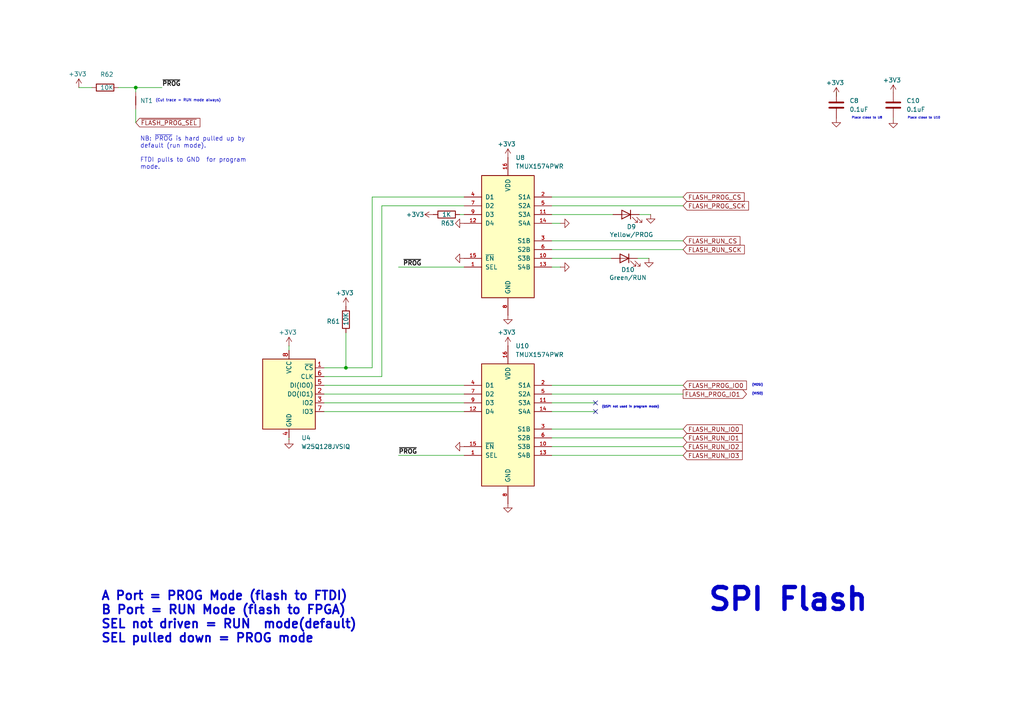
<source format=kicad_sch>
(kicad_sch (version 20231120) (generator "eeschema") (generator_version "8.0")
  (paper "A4")
  (lib_symbols
    (symbol "Device:LED" (pin_numbers hide) (pin_names (offset 1.016) hide)
      (property "Reference" "D" (at 0 2.54 0))
      (property "Value" "LED" (at 0 -2.54 0))
      (symbol "LED_0_1"
        (polyline (pts (xy -1.27 -1.27) (xy -1.27 1.27)) (stroke (width 0.254)))
        (polyline (pts (xy -1.27 0) (xy 1.27 0)))
        (polyline (pts (xy 1.27 -1.27) (xy 1.27 1.27) (xy -1.27 0) (xy 1.27 -1.27)) (stroke (width 0.254)))
        (polyline (pts (xy -3.048 -0.762) (xy -4.572 -2.286) (xy -3.81 -2.286) (xy -4.572 -2.286) (xy -4.572 -1.524)))
        (polyline (pts (xy -1.778 -0.762) (xy -3.302 -2.286) (xy -2.54 -2.286) (xy -3.302 -2.286) (xy -3.302 -1.524)))
      )
      (symbol "LED_1_1"
        (pin passive line (at -3.81 0 0) (length 2.54) (name "K") (number "1"))
        (pin passive line (at 3.81 0 180) (length 2.54) (name "A") (number "2"))
      )
    )
    (symbol "Device:NetTie_2" (pin_numbers hide) (pin_names (offset 0) hide) (in_bom no)
      (property "Reference" "NT" (at 0 1.27 0))
      (property "Value" "NetTie_2" (at 0 -1.27 0))
      (symbol "NetTie_2_0_1"
        (polyline (pts (xy -1.27 0) (xy 1.27 0)) (stroke (width 0.254)))
      )
      (symbol "NetTie_2_1_1"
        (pin passive line (at -2.54 0 0) (length 2.54) (name "1") (number "1"))
        (pin passive line (at 2.54 0 180) (length 2.54) (name "2") (number "2"))
      )
    )
    (symbol "Device:R" (pin_numbers hide) (pin_names (offset 0))
      (property "Reference" "R" (at 2.032 0 90))
      (property "Value" "R" (at 0 0 90))
      (symbol "R_0_1"
        (rectangle (start -1.016 -2.54) (end 1.016 2.54) (stroke (width 0.254)))
      )
      (symbol "R_1_1"
        (pin passive line (at 0 3.81 270) (length 1.27) (name "~") (number "1"))
        (pin passive line (at 0 -3.81 90) (length 1.27) (name "~") (number "2"))
      )
    )
    (symbol "Memory_Flash:W25Q128JVS"
      (property "Reference" "U" (at -8.89 8.89 0))
      (property "Value" "W25Q128JVS" (at 7.62 8.89 0))
      (symbol "W25Q128JVS_0_1"
        (rectangle (start -7.62 10.16) (end 7.62 -10.16) (stroke (width 0.254)) (fill (type background)))
      )
      (symbol "W25Q128JVS_1_1"
        (pin input line (at -10.16 7.62 0) (length 2.54) (name "~{CS}") (number "1"))
        (pin bidirectional line (at -10.16 0 0) (length 2.54) (name "DO(IO1)") (number "2"))
        (pin bidirectional line (at -10.16 -2.54 0) (length 2.54) (name "IO2") (number "3"))
        (pin power_in line (at 0 -12.7 90) (length 2.54) (name "GND") (number "4"))
        (pin bidirectional line (at -10.16 2.54 0) (length 2.54) (name "DI(IO0)") (number "5"))
        (pin input line (at -10.16 5.08 0) (length 2.54) (name "CLK") (number "6"))
        (pin bidirectional line (at -10.16 -5.08 0) (length 2.54) (name "IO3") (number "7"))
        (pin power_in line (at 0 12.7 270) (length 2.54) (name "VCC") (number "8"))
      )
    )
    (symbol "PCM_Capacitor_AKL:C_0805" (pin_numbers hide) (pin_names (offset 0.254))
      (property "Reference" "C" (at 0.635 2.54 0))
      (property "Value" "C_0805" (at 0.635 -2.54 0))
      (symbol "C_0805_0_1"
        (polyline (pts (xy -2.032 -0.762) (xy 2.032 -0.762)) (stroke (width 0.508)))
        (polyline (pts (xy -2.032 0.762) (xy 2.032 0.762)) (stroke (width 0.508)))
      )
      (symbol "C_0805_1_1"
        (pin passive line (at 0 3.81 270) (length 2.794) (name "~") (number "1"))
        (pin passive line (at 0 -3.81 90) (length 2.794) (name "~") (number "2"))
      )
    )
    (symbol "TMUX1574PWR:TMUX1574PWR" (pin_names (offset 1.016))
      (property "Reference" "U" (at -16.002 22.606 0))
      (property "Value" "TMUX1574PWR" (at -16.002 20.066 0))
      (symbol "TMUX1574PWR_1_0"
        (rectangle (start -7.62 18.923) (end 7.62 -16.51) (stroke (width 0.254)) (fill (type background)))
        (pin input line (at -12.7 -7.62 0) (length 5.08) (name "SEL") (number "1"))
        (pin bidirectional line (at 12.7 -5.08 180) (length 5.08) (name "S3B") (number "10"))
        (pin bidirectional line (at 12.7 7.62 180) (length 5.08) (name "S3A") (number "11"))
        (pin bidirectional line (at -12.7 5.08 0) (length 5.08) (name "D4") (number "12"))
        (pin bidirectional line (at 12.7 -7.62 180) (length 5.08) (name "S4B") (number "13"))
        (pin bidirectional line (at 12.7 5.08 180) (length 5.08) (name "S4A") (number "14"))
        (pin input line (at -12.7 -5.08 0) (length 5.08) (name "~{EN}") (number "15"))
        (pin power_in line (at 0 24.13 270) (length 5.08) (name "VDD") (number "16"))
        (pin bidirectional line (at 12.7 12.7 180) (length 5.08) (name "S1A") (number "2"))
        (pin bidirectional line (at 12.7 0 180) (length 5.08) (name "S1B") (number "3"))
        (pin bidirectional line (at -12.7 12.7 0) (length 5.08) (name "D1") (number "4"))
        (pin bidirectional line (at 12.7 10.16 180) (length 5.08) (name "S2A") (number "5"))
        (pin bidirectional line (at 12.7 -2.54 180) (length 5.08) (name "S2B") (number "6"))
        (pin bidirectional line (at -12.7 10.16 0) (length 5.08) (name "D2") (number "7"))
        (pin power_in line (at 0 -21.59 90) (length 5.08) (name "GND") (number "8"))
        (pin bidirectional line (at -12.7 7.62 0) (length 5.08) (name "D3") (number "9"))
      )
    )
    (symbol "TMUX1574PWR_1" (pin_names (offset 1.016))
      (property "Reference" "U" (at -16.002 22.606 0))
      (property "Value" "TMUX1574PWR" (at -16.002 20.066 0))
      (property "Digikey" "https://www.digikey.com/en/products/detail/texas-instruments/TMUX1574PWR/9954224" (at 0 0 0))
      (property "Mfgr" "TI" (at 0 0 0))
      (property "MPN" "TMUX1574PWR" (at 0 0 0))
      (symbol "TMUX1574PWR_1_1_0"
        (rectangle (start -7.62 18.923) (end 7.62 -16.51) (stroke (width 0.254)) (fill (type background)))
        (pin input line (at -12.7 -7.62 0) (length 5.08) (name "SEL") (number "1"))
        (pin bidirectional line (at 12.7 -5.08 180) (length 5.08) (name "S3B") (number "10"))
        (pin bidirectional line (at 12.7 7.62 180) (length 5.08) (name "S3A") (number "11"))
        (pin bidirectional line (at -12.7 5.08 0) (length 5.08) (name "D4") (number "12"))
        (pin bidirectional line (at 12.7 -7.62 180) (length 5.08) (name "S4B") (number "13"))
        (pin bidirectional line (at 12.7 5.08 180) (length 5.08) (name "S4A") (number "14"))
        (pin input line (at -12.7 -5.08 0) (length 5.08) (name "~{EN}") (number "15"))
        (pin power_in line (at 0 24.13 270) (length 5.08) (name "VDD") (number "16"))
        (pin bidirectional line (at 12.7 12.7 180) (length 5.08) (name "S1A") (number "2"))
        (pin bidirectional line (at 12.7 0 180) (length 5.08) (name "S1B") (number "3"))
        (pin bidirectional line (at -12.7 12.7 0) (length 5.08) (name "D1") (number "4"))
        (pin bidirectional line (at 12.7 10.16 180) (length 5.08) (name "S2A") (number "5"))
        (pin bidirectional line (at 12.7 -2.54 180) (length 5.08) (name "S2B") (number "6"))
        (pin bidirectional line (at -12.7 10.16 0) (length 5.08) (name "D2") (number "7"))
        (pin power_in line (at 0 -21.59 90) (length 5.08) (name "GND") (number "8"))
        (pin bidirectional line (at -12.7 7.62 0) (length 5.08) (name "D3") (number "9"))
      )
    )
    (symbol "power:+3V3" (power) (pin_numbers hide) (pin_names (offset 0) hide)
      (property "Value" "+3V3" (at 0 3.556 0))
      (symbol "+3V3_0_1"
        (polyline (pts (xy -0.762 1.27) (xy 0 2.54)))
        (polyline (pts (xy 0 0) (xy 0 2.54)))
        (polyline (pts (xy 0 2.54) (xy 0.762 1.27)))
      )
      (symbol "+3V3_1_1"
        (pin power_in line (at 0 0 90) (length 0) (name "~") (number "1"))
      )
    )
    (symbol "power:GND" (power) (pin_numbers hide) (pin_names (offset 0) hide)
      (property "Value" "GND" (at 0 -3.81 0))
      (symbol "GND_0_1"
        (polyline (pts (xy 0 0) (xy 0 -1.27) (xy 1.27 -1.27) (xy 0 -2.54) (xy -1.27 -1.27) (xy 0 -1.27)))
      )
      (symbol "GND_1_1"
        (pin power_in line (at 0 0 270) (length 0) (name "~") (number "1"))
      )
    )
  )
  (junction (at 100.33 106.68))
  (junction (at 39.37 25.4))
  (no_connect (at 172.72 116.84))
  (no_connect (at 172.72 119.38))
  (wire (pts (xy 39.37 35.56) (xy 39.37 31.75)))
  (wire (pts (xy 107.95 106.68) (xy 107.95 57.15)))
  (wire (pts (xy 185.42 62.23) (xy 188.722 62.23)))
  (wire (pts (xy 100.33 106.68) (xy 107.95 106.68)))
  (wire (pts (xy 198.12 111.76) (xy 160.02 111.76)))
  (wire (pts (xy 160.02 62.23) (xy 177.8 62.23)))
  (wire (pts (xy 172.72 119.38) (xy 160.02 119.38)))
  (wire (pts (xy 160.02 64.77) (xy 162.56 64.77)))
  (wire (pts (xy 160.02 114.3) (xy 198.12 114.3)))
  (wire (pts (xy 160.02 57.15) (xy 198.12 57.15)))
  (wire (pts (xy 110.744 109.22) (xy 110.744 59.69)))
  (wire (pts (xy 107.95 57.15) (xy 134.62 57.15)))
  (wire (pts (xy 160.02 69.85) (xy 198.12 69.85)))
  (wire (pts (xy 83.82 127.508) (xy 83.82 127)))
  (wire (pts (xy 160.02 127) (xy 198.12 127)))
  (wire (pts (xy 93.98 109.22) (xy 110.744 109.22)))
  (wire (pts (xy 22.86 25.4) (xy 26.67 25.4)))
  (wire (pts (xy 172.72 116.84) (xy 160.02 116.84)))
  (wire (pts (xy 83.82 100.33) (xy 83.82 101.6)))
  (wire (pts (xy 93.98 119.38) (xy 134.62 119.38)))
  (wire (pts (xy 115.57 132.08) (xy 134.62 132.08)))
  (wire (pts (xy 259.08 34.544) (xy 259.08 34.29)))
  (wire (pts (xy 93.98 114.3) (xy 134.62 114.3)))
  (wire (pts (xy 133.35 62.23) (xy 134.62 62.23)))
  (wire (pts (xy 39.37 26.67) (xy 39.37 25.4)))
  (wire (pts (xy 160.02 59.69) (xy 198.12 59.69)))
  (wire (pts (xy 39.37 25.4) (xy 46.99 25.4)))
  (wire (pts (xy 93.98 111.76) (xy 134.62 111.76)))
  (wire (pts (xy 134.62 77.47) (xy 115.57 77.47)))
  (wire (pts (xy 93.98 116.84) (xy 134.62 116.84)))
  (wire (pts (xy 160.02 132.08) (xy 198.12 132.08)))
  (wire (pts (xy 184.912 74.93) (xy 188.214 74.93)))
  (wire (pts (xy 162.56 77.47) (xy 160.02 77.47)))
  (wire (pts (xy 242.57 27.94) (xy 242.57 26.67)))
  (wire (pts (xy 259.08 27.178) (xy 259.08 26.67)))
  (wire (pts (xy 160.02 72.39) (xy 198.12 72.39)))
  (wire (pts (xy 160.02 124.46) (xy 198.12 124.46)))
  (wire (pts (xy 34.29 25.4) (xy 39.37 25.4)))
  (wire (pts (xy 160.02 129.54) (xy 198.12 129.54)))
  (wire (pts (xy 93.98 106.68) (xy 100.33 106.68)))
  (wire (pts (xy 160.02 74.93) (xy 177.292 74.93)))
  (wire (pts (xy 110.744 59.69) (xy 134.62 59.69)))
  (wire (pts (xy 100.33 96.52) (xy 100.33 106.68)))
  (text "(QSPI not used in program mode)" (at 182.88 118.11 0) (effects (font (size 0.635 0.635))))
  (text "A Port = PROG Mode (flash to FTDI)\nB Port = RUN Mode (flash to FPGA)\nSEL not driven = RUN  mode(default)\nSEL pulled down = PROG mode" (at 29.21 179.07 0) (effects (font (size 2.54 2.54) (thickness 0.508) (bold yes)) (justify left)))
  (text "Place close to U8" (at 251.46 34.29 0) (effects (font (size 0.635 0.635) (thickness 0.127) (bold yes))))
  (text "(MOSI)" (at 219.71 111.76 0) (effects (font (size 0.635 0.635))))
  (text "NB: ~{PROG} is hard pulled up by \ndefault (run mode). \n\nFTDI pulls to GND  for program \nmode." (at 40.64 44.45 0) (effects (font (size 1.27 1.27) (thickness 0.127) (bold yes)) (justify left)))
  (text "(MISO)" (at 219.71 114.3 0) (effects (font (size 0.635 0.635))))
  (text "(Cut trace = RUN mode always)" (at 54.61 29.21 0) (effects (font (size 0.762 0.762) (thickness 0.127) (bold yes))))
  (text "SPI Flash" (at 228.6 173.99 0) (effects (font (size 6.35 6.35) (bold yes))))
  (text "Place close to U10" (at 267.97 34.29 0) (effects (font (size 0.635 0.635) (thickness 0.127) (bold yes))))
  (label "~{PROG}" (at 115.57 132.08 0) (effects (font (bold yes))))
  (label "~{PROG}" (at 116.84 77.47 0) (effects (font (bold yes))))
  (label "~{PROG}" (at 46.99 25.4 0) (effects (font (bold yes))))
  (global_label "FLASH_PROG_IO0" (shape input) (at 198.12 111.76 0) (property "Intersheetrefs" "${INTERSHEET_REFS}" (effects (hide yes))))
  (global_label "FLASH_PROG_IO1" (shape output) (at 198.12 114.3 0) (property "Intersheetrefs" "${INTERSHEET_REFS}" (effects (hide yes))))
  (global_label "FLASH_RUN_IO1" (shape input) (at 198.12 127 0) (property "Intersheetrefs" "${INTERSHEET_REFS}" (effects (hide yes))))
  (global_label "FLASH_RUN_IO0" (shape input) (at 198.12 124.46 0) (property "Intersheetrefs" "${INTERSHEET_REFS}" (effects (hide yes))))
  (global_label "~{FLASH_PROG_SEL}" (shape input) (at 39.37 35.56 0) (property "Intersheetrefs" "${INTERSHEET_REFS}" (effects (hide yes))))
  (global_label "FLASH_PROG_CS" (shape input) (at 198.12 57.15 0) (property "Intersheetrefs" "${INTERSHEET_REFS}" (effects (hide yes))))
  (global_label "FLASH_RUN_CS" (shape input) (at 198.12 69.85 0) (property "Intersheetrefs" "${INTERSHEET_REFS}" (effects (hide yes))))
  (global_label "FLASH_RUN_IO3" (shape input) (at 198.12 132.08 0) (property "Intersheetrefs" "${INTERSHEET_REFS}" (effects (hide yes))))
  (global_label "FLASH_RUN_SCK" (shape input) (at 198.12 72.39 0) (property "Intersheetrefs" "${INTERSHEET_REFS}" (effects (hide yes))))
  (global_label "FLASH_PROG_SCK" (shape input) (at 198.12 59.69 0) (property "Intersheetrefs" "${INTERSHEET_REFS}" (effects (hide yes))))
  (global_label "FLASH_RUN_IO2" (shape input) (at 198.12 129.54 0) (property "Intersheetrefs" "${INTERSHEET_REFS}" (effects (hide yes))))
  (symbol (lib_id "PCM_Capacitor_AKL:C_0805") (at 242.57 30.48 0) (unit 1)
    (property "Reference" "C8" (at 246.38 29.2099 0) (effects (justify left)))
    (property "Value" "0.1uF" (at 246.38 31.7499 0) (effects (justify left)))
    (property "Footprint" "Capacitor_SMD:C_0805_2012Metric_Pad1.18x1.45mm_HandSolder" (effects (hide yes)))
    (property "Datasheet" "https://www.yageo.com/upload/media/product/productsearch/datasheet/mlcc/UPY-GPHC_X7R_6.3V-to-250V_24.pdf" (effects (hide yes)))
    (property "Description" "SMD 0805 MLCC capacitor, Alternate KiCad Library" (effects (hide yes)))
    (property "Digikey" "https://www.digikey.com/en/products/detail/yageo/CC0805KRX7R9BB104/302874" (effects (hide yes)))
    (property "Mfgr" "YAGEO" (effects (hide yes)))
    (property "MPN" "CC0805KRX7R9BB104" (effects (hide yes)))
  )
  (symbol (lib_id "power:GND") (at 188.214 74.93 0) (mirror y) (unit 1)
    (property "Reference" "#PWR047" (effects (hide yes)))
    (property "Value" "GND" (effects (hide yes)))
    (property "Description" "Power symbol creates a global label with name \"GND\" , ground" (effects (hide yes)))
  )
  (symbol (lib_id "power:+3V3") (at 242.57 27.94 0) (unit 1)
    (property "Reference" "#PWR035" (effects (hide yes)))
    (property "Value" "+3V3" (at 242.189 24.003 0))
    (property "Description" "Power symbol creates a global label with name \"+3V3\"" (effects (hide yes)))
  )
  (symbol (lib_id "power:GND") (at 162.56 64.77 90) (unit 1)
    (property "Reference" "#PWR044" (effects (hide yes)))
    (property "Value" "GND" (effects (hide yes)))
    (property "Description" "Power symbol creates a global label with name \"GND\" , ground" (effects (hide yes)))
  )
  (symbol (lib_id "power:GND") (at 134.62 64.77 270) (unit 1)
    (property "Reference" "#PWR037" (effects (hide yes)))
    (property "Value" "GND" (effects (hide yes)))
    (property "Description" "Power symbol creates a global label with name \"GND\" , ground" (effects (hide yes)))
  )
  (symbol (lib_id "power:GND") (at 162.56 77.47 90) (unit 1)
    (property "Reference" "#PWR045" (effects (hide yes)))
    (property "Value" "GND" (effects (hide yes)))
    (property "Description" "Power symbol creates a global label with name \"GND\" , ground" (effects (hide yes)))
  )
  (symbol (lib_id "power:GND") (at 147.32 91.44 0) (unit 1)
    (property "Reference" "#PWR042" (effects (hide yes)))
    (property "Value" "GND" (effects (hide yes)))
    (property "Description" "Power symbol creates a global label with name \"GND\" , ground" (effects (hide yes)))
  )
  (symbol (lib_id "Device:LED") (at 181.61 62.23 0) (mirror y) (unit 1)
    (property "Reference" "D9" (at 183.134 65.786 0))
    (property "Value" "Yellow/PROG" (at 183.134 68.072 0))
    (property "Footprint" "LED_SMD:LED_0805_2012Metric_Pad1.15x1.40mm_HandSolder" (effects (hide yes)))
    (property "Datasheet" "https://www.we-online.com/components/products/datasheet/150080YS75000.pdf" (effects (hide yes)))
    (property "Description" "Light emitting diode" (effects (hide yes)))
    (property "Digikey" "https://www.digikey.com/en/products/detail/w%C3%BCrth-elektronik/150080YS75000/4489927" (effects (hide yes)))
    (property "Mfgr" "Würth Elektronik" (effects (hide yes)))
    (property "MPN" "150080YS75000" (effects (hide yes)))
  )
  (symbol (lib_id "power:GND") (at 259.08 34.544 0) (unit 1)
    (property "Reference" "#PWR036" (effects (hide yes)))
    (property "Value" "GND" (effects (hide yes)))
    (property "Description" "Power symbol creates a global label with name \"GND\" , ground" (effects (hide yes)))
  )
  (symbol (lib_id "power:+3V3") (at 147.32 100.33 0) (unit 1)
    (property "Reference" "#PWR0116" (effects (hide yes)))
    (property "Value" "+3V3" (at 146.939 96.393 0))
    (property "Description" "Power symbol creates a global label with name \"+3V3\"" (effects (hide yes)))
  )
  (symbol (lib_id "Memory_Flash:W25Q128JVS") (at 83.82 114.3 0) (mirror y) (unit 1)
    (property "Reference" "U4" (at 90.17 127 0) (effects (justify left)))
    (property "Value" "W25Q128JVSIQ" (at 101.6 129.54 0) (effects (justify left)))
    (property "Footprint" "Package_SO:SOIC-8_5.23x5.23mm_P1.27mm" (effects (hide yes)))
    (property "Datasheet" "https://www.winbond.com/resource-files/W25Q128JV%20RevI%2008232021%20Plus.pdf" (effects (hide yes)))
    (property "Description" "128Mb Serial Flash Memory, Standard/Dual/Quad SPI, SOIC-8" (effects (hide yes)))
    (property "Digikey" "https://www.digikey.com/en/products/detail/winbond-electronics/w25q128jvsiq/5803943" (effects (hide yes)))
    (property "Mfgr" "Winbond" (effects (hide yes)))
    (property "MPN" "W25Q128JVSIQ" (effects (hide yes)))
  )
  (symbol (lib_id "TMUX1574PWR:TMUX1574PWR") (at 147.32 124.46 0) (unit 1)
    (property "Reference" "U10" (at 149.5141 100.33 0) (effects (justify left)))
    (property "Value" "TMUX1574PWR" (at 149.5141 102.87 0) (effects (justify left)))
    (property "Footprint" "TMUX1574PWR:SOP65P640X120-16N" (effects (hide yes)))
    (property "Datasheet" "https://www.ti.com/lit/ds/symlink/tmux1574.pdf?HQS=dis-dk-null-digikeymode-dsf-pf-null-wwe&ts=1735578155158&ref_url=https%253A%252F%252Fwww.ti.com%252Fgeneral%252Fdocs%252Fsuppproductinfo.tsp%253FdistId%253D10%2526gotoUrl%253Dhttps%253A%252F%252Fwww.ti.com%252Flit%252Fgpn%252Ftmux1574" (effects (hide yes)))
    (property "Digikey" "https://www.digikey.com/en/products/detail/texas-instruments/TMUX1574PWR/9954224" (effects (hide yes)))
    (property "Mfgr" "TI" (effects (hide yes)))
    (property "MPN" "TMUX1574PWR" (effects (hide yes)))
  )
  (symbol (lib_id "power:+3V3") (at 100.33 88.9 0) (unit 1)
    (property "Reference" "#PWR032" (effects (hide yes)))
    (property "Value" "+3V3" (at 99.949 84.963 0))
    (property "Description" "Power symbol creates a global label with name \"+3V3\"" (effects (hide yes)))
  )
  (symbol (lib_id "power:+3V3") (at 147.32 45.72 0) (unit 1)
    (property "Reference" "#PWR050" (effects (hide yes)))
    (property "Value" "+3V3" (at 146.939 41.783 0))
    (property "Description" "Power symbol creates a global label with name \"+3V3\"" (effects (hide yes)))
  )
  (symbol (lib_id "power:+3V3") (at 22.86 25.4 0) (unit 1)
    (property "Reference" "#PWR033" (effects (hide yes)))
    (property "Value" "+3V3" (at 22.479 21.463 0))
    (property "Description" "Power symbol creates a global label with name \"+3V3\"" (effects (hide yes)))
  )
  (symbol (lib_id "power:GND") (at 83.82 127.508 0) (unit 1)
    (property "Reference" "#PWR031" (effects (hide yes)))
    (property "Value" "GND" (effects (hide yes)))
    (property "Description" "Power symbol creates a global label with name \"GND\" , ground" (effects (hide yes)))
  )
  (symbol (lib_id "Device:R") (at 129.54 62.23 90) (unit 1)
    (property "Reference" "R63" (at 129.794 64.77 90))
    (property "Value" "1K" (at 129.54 62.23 90))
    (property "Footprint" "PCM_Resistor_SMD_AKL:R_0805_2012Metric_Pad1.15x1.40mm_HandSolder" (effects (hide yes)))
    (property "Datasheet" "https://www.yageo.com/upload/media/product/products/datasheet/rchip/PYu-RC_Group_51_RoHS_L_12.pdf" (effects (hide yes)))
    (property "Description" "Resistor" (effects (hide yes)))
    (property "Digikey" "https://www.digikey.com/en/products/detail/yageo/RC0805FR-071KL/727444" (effects (hide yes)))
    (property "Mfgr" "YAGEO" (effects (hide yes)))
    (property "MPN" "RC0805FR-071KL" (effects (hide yes)))
  )
  (symbol (lib_id "power:GND") (at 242.57 34.29 0) (unit 1)
    (property "Reference" "#PWR041" (effects (hide yes)))
    (property "Value" "GND" (effects (hide yes)))
    (property "Description" "Power symbol creates a global label with name \"GND\" , ground" (effects (hide yes)))
  )
  (symbol (lib_id "PCM_Capacitor_AKL:C_0805") (at 259.08 30.48 0) (unit 1)
    (property "Reference" "C10" (at 262.89 29.2099 0) (effects (justify left)))
    (property "Value" "0.1uF" (at 262.89 31.7499 0) (effects (justify left)))
    (property "Footprint" "Capacitor_SMD:C_0805_2012Metric_Pad1.18x1.45mm_HandSolder" (effects (hide yes)))
    (property "Datasheet" "https://www.yageo.com/upload/media/product/productsearch/datasheet/mlcc/UPY-GPHC_X7R_6.3V-to-250V_24.pdf" (effects (hide yes)))
    (property "Description" "SMD 0805 MLCC capacitor, Alternate KiCad Library" (effects (hide yes)))
    (property "Digikey" "https://www.digikey.com/en/products/detail/yageo/CC0805KRX7R9BB104/302874" (effects (hide yes)))
    (property "Mfgr" "YAGEO" (effects (hide yes)))
    (property "MPN" "CC0805KRX7R9BB104" (effects (hide yes)))
  )
  (symbol (lib_name "TMUX1574PWR_1") (lib_id "TMUX1574PWR:TMUX1574PWR") (at 147.32 69.85 0) (unit 1)
    (property "Reference" "U8" (at 149.5141 45.72 0) (effects (justify left)))
    (property "Value" "TMUX1574PWR" (at 149.5141 48.26 0) (effects (justify left)))
    (property "Footprint" "TMUX1574PWR:SOP65P640X120-16N" (effects (hide yes)))
    (property "Datasheet" "https://www.ti.com/lit/ds/symlink/tmux1574.pdf?HQS=dis-dk-null-digikeymode-dsf-pf-null-wwe&ts=1735578155158&ref_url=https%253A%252F%252Fwww.ti.com%252Fgeneral%252Fdocs%252Fsuppproductinfo.tsp%253FdistId%253D10%2526gotoUrl%253Dhttps%253A%252F%252Fwww.ti.com%252Flit%252Fgpn%252Ftmux1574" (effects (hide yes)))
    (property "Digikey" "https://www.digikey.com/en/products/detail/texas-instruments/TMUX1574PWR/9954224" (effects (hide yes)))
    (property "Mfgr" "TI" (effects (hide yes)))
    (property "MPN" "TMUX1574PWR" (effects (hide yes)))
  )
  (symbol (lib_id "power:+3V3") (at 125.73 62.23 90) (unit 1)
    (property "Reference" "#PWR034" (effects (hide yes)))
    (property "Value" "+3V3" (at 120.396 62.23 90))
    (property "Description" "Power symbol creates a global label with name \"+3V3\"" (effects (hide yes)))
  )
  (symbol (lib_id "power:GND") (at 147.32 146.05 0) (unit 1)
    (property "Reference" "#PWR043" (effects (hide yes)))
    (property "Value" "GND" (effects (hide yes)))
    (property "Description" "Power symbol creates a global label with name \"GND\" , ground" (effects (hide yes)))
  )
  (symbol (lib_id "Device:R") (at 30.48 25.4 90) (unit 1)
    (property "Reference" "R62" (at 30.988 21.59 90))
    (property "Value" "10K" (at 30.988 25.4 90))
    (property "Footprint" "PCM_Resistor_SMD_AKL:R_0805_2012Metric_Pad1.15x1.40mm_HandSolder" (effects (hide yes)))
    (property "Datasheet" "https://www.yageo.com/upload/media/product/products/datasheet/rchip/PYu-RC_Group_51_RoHS_L_12.pdf" (effects (hide yes)))
    (property "Description" "Resistor" (effects (hide yes)))
    (property "Digikey" "https://www.digikey.com/en/products/detail/yageo/RC0805FR-0710KL/727535" (effects (hide yes)))
    (property "Mfgr" "YAGEO" (effects (hide yes)))
    (property "MPN" "RC0805FR-0710KL" (effects (hide yes)))
  )
  (symbol (lib_id "power:+3V3") (at 83.82 100.33 0) (unit 1)
    (property "Reference" "#PWR030" (effects (hide yes)))
    (property "Value" "+3V3" (at 83.439 96.393 0))
    (property "Description" "Power symbol creates a global label with name \"+3V3\"" (effects (hide yes)))
  )
  (symbol (lib_id "Device:LED") (at 181.102 74.93 0) (mirror y) (unit 1)
    (property "Reference" "D10" (at 182.118 78.232 0))
    (property "Value" "Green/RUN" (at 182.118 80.518 0))
    (property "Footprint" "LED_SMD:LED_0805_2012Metric_Pad1.15x1.40mm_HandSolder" (effects (hide yes)))
    (property "Datasheet" "https://www.we-online.com/components/products/datasheet/150080VS75000.pdf" (effects (hide yes)))
    (property "Description" "Light emitting diode" (effects (hide yes)))
    (property "Digikey" "https://www.digikey.com/en/products/detail/w%C3%BCrth-elektronik/150080VS75000/4489924" (effects (hide yes)))
    (property "Mfgr" "Würth Elektronik" (effects (hide yes)))
    (property "MPN" "150080VS75000" (effects (hide yes)))
  )
  (symbol (lib_id "power:GND") (at 134.62 129.54 270) (unit 1)
    (property "Reference" "#PWR039" (effects (hide yes)))
    (property "Value" "GND" (effects (hide yes)))
    (property "Description" "Power symbol creates a global label with name \"GND\" , ground" (effects (hide yes)))
  )
  (symbol (lib_id "power:+3V3") (at 259.08 27.178 0) (unit 1)
    (property "Reference" "#PWR040" (effects (hide yes)))
    (property "Value" "+3V3" (at 258.699 23.241 0))
    (property "Description" "Power symbol creates a global label with name \"+3V3\"" (effects (hide yes)))
  )
  (symbol (lib_id "power:GND") (at 134.62 74.93 270) (unit 1)
    (property "Reference" "#PWR038" (effects (hide yes)))
    (property "Value" "GND" (effects (hide yes)))
    (property "Description" "Power symbol creates a global label with name \"GND\" , ground" (effects (hide yes)))
  )
  (symbol (lib_id "Device:R") (at 100.33 92.71 0) (unit 1)
    (property "Reference" "R61" (at 94.742 93.218 0) (effects (justify left)))
    (property "Value" "10K" (at 100.33 94.488 90) (effects (justify left)))
    (property "Footprint" "PCM_Resistor_SMD_AKL:R_0805_2012Metric_Pad1.15x1.40mm_HandSolder" (effects (hide yes)))
    (property "Datasheet" "https://www.yageo.com/upload/media/product/products/datasheet/rchip/PYu-RC_Group_51_RoHS_L_12.pdf" (effects (hide yes)))
    (property "Description" "Resistor" (effects (hide yes)))
    (property "Digikey" "https://www.digikey.com/en/products/detail/yageo/RC0805FR-0710KL/727535" (effects (hide yes)))
    (property "Mfgr" "YAGEO" (effects (hide yes)))
    (property "MPN" "RC0805FR-0710KL" (effects (hide yes)))
  )
  (symbol (lib_id "power:GND") (at 188.722 62.23 0) (mirror y) (unit 1)
    (property "Reference" "#PWR046" (effects (hide yes)))
    (property "Value" "GND" (effects (hide yes)))
    (property "Description" "Power symbol creates a global label with name \"GND\" , ground" (effects (hide yes)))
  )
  (symbol (lib_id "Device:NetTie_2") (at 39.37 29.21 90) (unit 1) (in_bom no)
    (property "Reference" "NT1" (at 40.64 29.2099 90) (effects (justify right)))
    (property "Value" "NetTie_2" (effects (hide yes)))
    (property "Footprint" "SolderJumpers:Solder_Jumper_Cuttable_6mil" (effects (hide yes)))
    (property "Description" "Net tie, 2 pins" (effects (hide yes)))
  )
)
</source>
